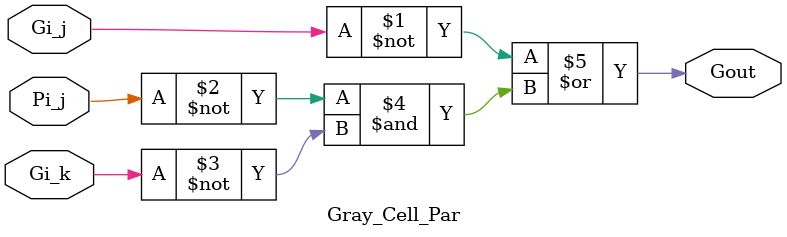
<source format=v>


module Gray_Cell_Par ( 
	input wire Gi_j, Pi_j, Gi_k,
	output wire Gout
);

assign Gout = ~Gi_j | (~Pi_j & ~Gi_k);
endmodule

</source>
